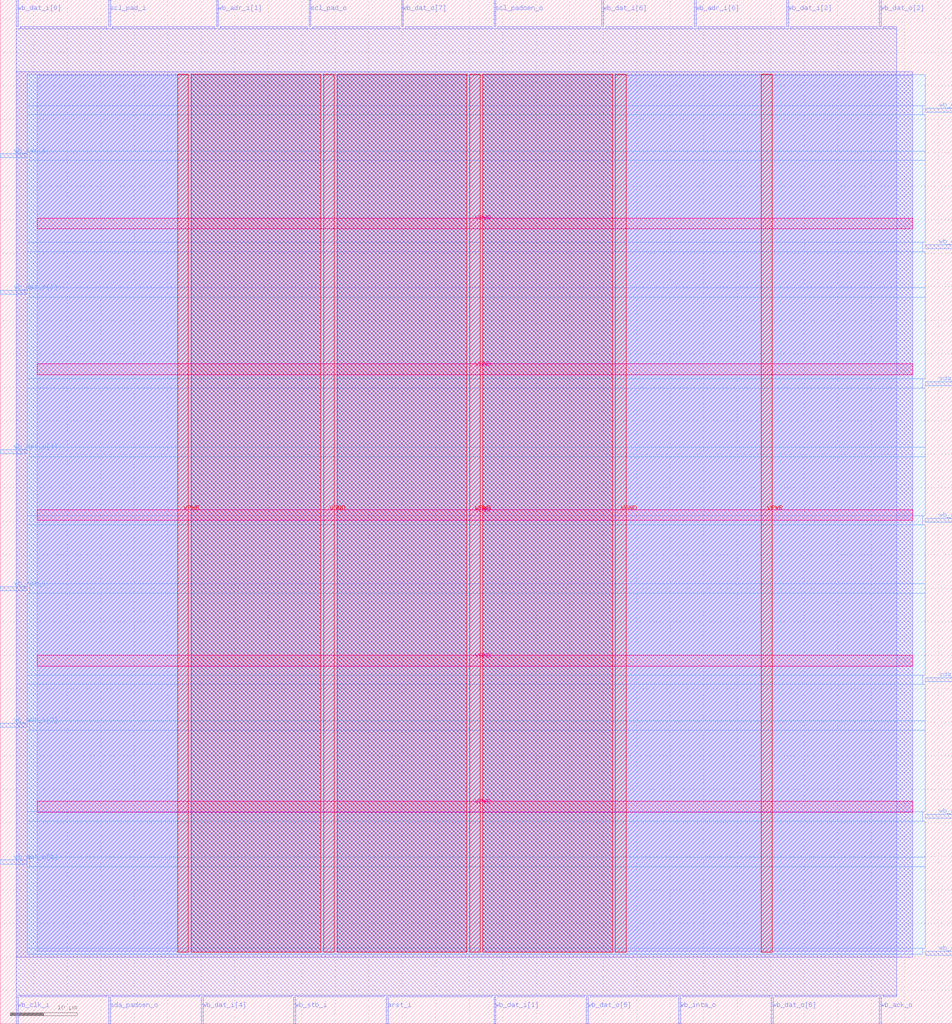
<source format=lef>
VERSION 5.7 ;
  NOWIREEXTENSIONATPIN ON ;
  DIVIDERCHAR "/" ;
  BUSBITCHARS "[]" ;
MACRO i2c_master_top
  CLASS BLOCK ;
  FOREIGN i2c_master_top ;
  ORIGIN 0.000 0.000 ;
  SIZE 142.080 BY 152.800 ;
  PIN arst_i
    DIRECTION INPUT ;
    USE SIGNAL ;
    PORT
      LAYER met2 ;
        RECT 57.590 0.000 57.870 4.000 ;
    END
  END arst_i
  PIN scl_pad_i
    DIRECTION INPUT ;
    USE SIGNAL ;
    PORT
      LAYER met2 ;
        RECT 16.190 148.800 16.470 152.800 ;
    END
  END scl_pad_i
  PIN scl_pad_o
    DIRECTION OUTPUT TRISTATE ;
    USE SIGNAL ;
    PORT
      LAYER met2 ;
        RECT 46.090 148.800 46.370 152.800 ;
    END
  END scl_pad_o
  PIN scl_padoen_o
    DIRECTION OUTPUT TRISTATE ;
    USE SIGNAL ;
    PORT
      LAYER met2 ;
        RECT 73.690 148.800 73.970 152.800 ;
    END
  END scl_padoen_o
  PIN sda_pad_i
    DIRECTION INPUT ;
    USE SIGNAL ;
    PORT
      LAYER met3 ;
        RECT 138.080 51.040 142.080 51.640 ;
    END
  END sda_pad_i
  PIN sda_pad_o
    DIRECTION OUTPUT TRISTATE ;
    USE SIGNAL ;
    PORT
      LAYER met3 ;
        RECT 138.080 95.240 142.080 95.840 ;
    END
  END sda_pad_o
  PIN sda_padoen_o
    DIRECTION OUTPUT TRISTATE ;
    USE SIGNAL ;
    PORT
      LAYER met2 ;
        RECT 16.190 0.000 16.470 4.000 ;
    END
  END sda_padoen_o
  PIN wb_ack_o
    DIRECTION OUTPUT TRISTATE ;
    USE SIGNAL ;
    PORT
      LAYER met2 ;
        RECT 131.190 0.000 131.470 4.000 ;
    END
  END wb_ack_o
  PIN wb_adr_i[0]
    DIRECTION INPUT ;
    USE SIGNAL ;
    PORT
      LAYER met2 ;
        RECT 103.590 148.800 103.870 152.800 ;
    END
  END wb_adr_i[0]
  PIN wb_adr_i[1]
    DIRECTION INPUT ;
    USE SIGNAL ;
    PORT
      LAYER met2 ;
        RECT 32.290 148.800 32.570 152.800 ;
    END
  END wb_adr_i[1]
  PIN wb_adr_i[2]
    DIRECTION INPUT ;
    USE SIGNAL ;
    PORT
      LAYER met3 ;
        RECT 0.000 44.240 4.000 44.840 ;
    END
  END wb_adr_i[2]
  PIN wb_clk_i
    DIRECTION INPUT ;
    USE SIGNAL ;
    PORT
      LAYER met2 ;
        RECT 2.390 0.000 2.670 4.000 ;
    END
  END wb_clk_i
  PIN wb_cyc_i
    DIRECTION INPUT ;
    USE SIGNAL ;
    PORT
      LAYER met3 ;
        RECT 0.000 129.240 4.000 129.840 ;
    END
  END wb_cyc_i
  PIN wb_dat_i[0]
    DIRECTION INPUT ;
    USE SIGNAL ;
    PORT
      LAYER met2 ;
        RECT 2.390 148.800 2.670 152.800 ;
    END
  END wb_dat_i[0]
  PIN wb_dat_i[1]
    DIRECTION INPUT ;
    USE SIGNAL ;
    PORT
      LAYER met2 ;
        RECT 73.690 0.000 73.970 4.000 ;
    END
  END wb_dat_i[1]
  PIN wb_dat_i[2]
    DIRECTION INPUT ;
    USE SIGNAL ;
    PORT
      LAYER met2 ;
        RECT 117.390 148.800 117.670 152.800 ;
    END
  END wb_dat_i[2]
  PIN wb_dat_i[3]
    DIRECTION INPUT ;
    USE SIGNAL ;
    PORT
      LAYER met3 ;
        RECT 138.080 115.640 142.080 116.240 ;
    END
  END wb_dat_i[3]
  PIN wb_dat_i[4]
    DIRECTION INPUT ;
    USE SIGNAL ;
    PORT
      LAYER met2 ;
        RECT 29.990 0.000 30.270 4.000 ;
    END
  END wb_dat_i[4]
  PIN wb_dat_i[5]
    DIRECTION INPUT ;
    USE SIGNAL ;
    PORT
      LAYER met3 ;
        RECT 138.080 30.640 142.080 31.240 ;
    END
  END wb_dat_i[5]
  PIN wb_dat_i[6]
    DIRECTION INPUT ;
    USE SIGNAL ;
    PORT
      LAYER met2 ;
        RECT 89.790 148.800 90.070 152.800 ;
    END
  END wb_dat_i[6]
  PIN wb_dat_i[7]
    DIRECTION INPUT ;
    USE SIGNAL ;
    PORT
      LAYER met3 ;
        RECT 138.080 74.840 142.080 75.440 ;
    END
  END wb_dat_i[7]
  PIN wb_dat_o[0]
    DIRECTION OUTPUT TRISTATE ;
    USE SIGNAL ;
    PORT
      LAYER met3 ;
        RECT 138.080 10.240 142.080 10.840 ;
    END
  END wb_dat_o[0]
  PIN wb_dat_o[1]
    DIRECTION OUTPUT TRISTATE ;
    USE SIGNAL ;
    PORT
      LAYER met3 ;
        RECT 0.000 23.840 4.000 24.440 ;
    END
  END wb_dat_o[1]
  PIN wb_dat_o[2]
    DIRECTION OUTPUT TRISTATE ;
    USE SIGNAL ;
    PORT
      LAYER met2 ;
        RECT 131.190 148.800 131.470 152.800 ;
    END
  END wb_dat_o[2]
  PIN wb_dat_o[3]
    DIRECTION OUTPUT TRISTATE ;
    USE SIGNAL ;
    PORT
      LAYER met3 ;
        RECT 0.000 108.840 4.000 109.440 ;
    END
  END wb_dat_o[3]
  PIN wb_dat_o[4]
    DIRECTION OUTPUT TRISTATE ;
    USE SIGNAL ;
    PORT
      LAYER met3 ;
        RECT 0.000 85.040 4.000 85.640 ;
    END
  END wb_dat_o[4]
  PIN wb_dat_o[5]
    DIRECTION OUTPUT TRISTATE ;
    USE SIGNAL ;
    PORT
      LAYER met2 ;
        RECT 87.490 0.000 87.770 4.000 ;
    END
  END wb_dat_o[5]
  PIN wb_dat_o[6]
    DIRECTION OUTPUT TRISTATE ;
    USE SIGNAL ;
    PORT
      LAYER met2 ;
        RECT 115.090 0.000 115.370 4.000 ;
    END
  END wb_dat_o[6]
  PIN wb_dat_o[7]
    DIRECTION OUTPUT TRISTATE ;
    USE SIGNAL ;
    PORT
      LAYER met2 ;
        RECT 59.890 148.800 60.170 152.800 ;
    END
  END wb_dat_o[7]
  PIN wb_inta_o
    DIRECTION OUTPUT TRISTATE ;
    USE SIGNAL ;
    PORT
      LAYER met2 ;
        RECT 101.290 0.000 101.570 4.000 ;
    END
  END wb_inta_o
  PIN wb_rst_i
    DIRECTION INPUT ;
    USE SIGNAL ;
    PORT
      LAYER met3 ;
        RECT 0.000 64.640 4.000 65.240 ;
    END
  END wb_rst_i
  PIN wb_stb_i
    DIRECTION INPUT ;
    USE SIGNAL ;
    PORT
      LAYER met2 ;
        RECT 43.790 0.000 44.070 4.000 ;
    END
  END wb_stb_i
  PIN wb_we_i
    DIRECTION INPUT ;
    USE SIGNAL ;
    PORT
      LAYER met3 ;
        RECT 138.080 136.040 142.080 136.640 ;
    END
  END wb_we_i
  PIN VPWR
    DIRECTION INOUT ;
    USE POWER ;
    PORT
      LAYER met4 ;
        RECT 113.585 10.640 115.185 141.680 ;
    END
  END VPWR
  PIN VPWR
    DIRECTION INOUT ;
    USE POWER ;
    PORT
      LAYER met4 ;
        RECT 70.040 10.640 71.640 141.680 ;
    END
  END VPWR
  PIN VPWR
    DIRECTION INOUT ;
    USE POWER ;
    PORT
      LAYER met4 ;
        RECT 26.495 10.640 28.095 141.680 ;
    END
  END VPWR
  PIN VPWR
    DIRECTION INOUT ;
    USE POWER ;
    PORT
      LAYER met5 ;
        RECT 5.520 118.640 136.160 120.240 ;
    END
  END VPWR
  PIN VPWR
    DIRECTION INOUT ;
    USE POWER ;
    PORT
      LAYER met5 ;
        RECT 5.520 75.120 136.160 76.720 ;
    END
  END VPWR
  PIN VPWR
    DIRECTION INOUT ;
    USE POWER ;
    PORT
      LAYER met5 ;
        RECT 5.520 31.600 136.160 33.200 ;
    END
  END VPWR
  PIN VGND
    DIRECTION INOUT ;
    USE GROUND ;
    PORT
      LAYER met4 ;
        RECT 91.815 10.640 93.415 141.680 ;
    END
  END VGND
  PIN VGND
    DIRECTION INOUT ;
    USE GROUND ;
    PORT
      LAYER met4 ;
        RECT 48.265 10.640 49.865 141.680 ;
    END
  END VGND
  PIN VGND
    DIRECTION INOUT ;
    USE GROUND ;
    PORT
      LAYER met5 ;
        RECT 5.520 96.880 136.160 98.480 ;
    END
  END VGND
  PIN VGND
    DIRECTION INOUT ;
    USE GROUND ;
    PORT
      LAYER met5 ;
        RECT 5.520 53.360 136.160 54.960 ;
    END
  END VGND
  OBS
      LAYER li1 ;
        RECT 5.520 10.795 136.160 141.525 ;
      LAYER met1 ;
        RECT 2.370 9.900 136.160 142.080 ;
      LAYER met2 ;
        RECT 2.950 148.520 15.910 148.800 ;
        RECT 16.750 148.520 32.010 148.800 ;
        RECT 32.850 148.520 45.810 148.800 ;
        RECT 46.650 148.520 59.610 148.800 ;
        RECT 60.450 148.520 73.410 148.800 ;
        RECT 74.250 148.520 89.510 148.800 ;
        RECT 90.350 148.520 103.310 148.800 ;
        RECT 104.150 148.520 117.110 148.800 ;
        RECT 117.950 148.520 130.910 148.800 ;
        RECT 131.750 148.520 133.760 148.800 ;
        RECT 2.400 4.280 133.760 148.520 ;
        RECT 2.950 4.000 15.910 4.280 ;
        RECT 16.750 4.000 29.710 4.280 ;
        RECT 30.550 4.000 43.510 4.280 ;
        RECT 44.350 4.000 57.310 4.280 ;
        RECT 58.150 4.000 73.410 4.280 ;
        RECT 74.250 4.000 87.210 4.280 ;
        RECT 88.050 4.000 101.010 4.280 ;
        RECT 101.850 4.000 114.810 4.280 ;
        RECT 115.650 4.000 130.910 4.280 ;
        RECT 131.750 4.000 133.760 4.280 ;
      LAYER met3 ;
        RECT 4.000 137.040 138.080 141.605 ;
        RECT 4.000 135.640 137.680 137.040 ;
        RECT 4.000 130.240 138.080 135.640 ;
        RECT 4.400 128.840 138.080 130.240 ;
        RECT 4.000 116.640 138.080 128.840 ;
        RECT 4.000 115.240 137.680 116.640 ;
        RECT 4.000 109.840 138.080 115.240 ;
        RECT 4.400 108.440 138.080 109.840 ;
        RECT 4.000 96.240 138.080 108.440 ;
        RECT 4.000 94.840 137.680 96.240 ;
        RECT 4.000 86.040 138.080 94.840 ;
        RECT 4.400 84.640 138.080 86.040 ;
        RECT 4.000 75.840 138.080 84.640 ;
        RECT 4.000 74.440 137.680 75.840 ;
        RECT 4.000 65.640 138.080 74.440 ;
        RECT 4.400 64.240 138.080 65.640 ;
        RECT 4.000 52.040 138.080 64.240 ;
        RECT 4.000 50.640 137.680 52.040 ;
        RECT 4.000 45.240 138.080 50.640 ;
        RECT 4.400 43.840 138.080 45.240 ;
        RECT 4.000 31.640 138.080 43.840 ;
        RECT 4.000 30.240 137.680 31.640 ;
        RECT 4.000 24.840 138.080 30.240 ;
        RECT 4.400 23.440 138.080 24.840 ;
        RECT 4.000 11.240 138.080 23.440 ;
        RECT 4.000 10.375 137.680 11.240 ;
      LAYER met4 ;
        RECT 28.495 10.640 47.865 141.680 ;
        RECT 50.265 10.640 69.640 141.680 ;
        RECT 72.040 10.640 91.415 141.680 ;
  END
END i2c_master_top
END LIBRARY


</source>
